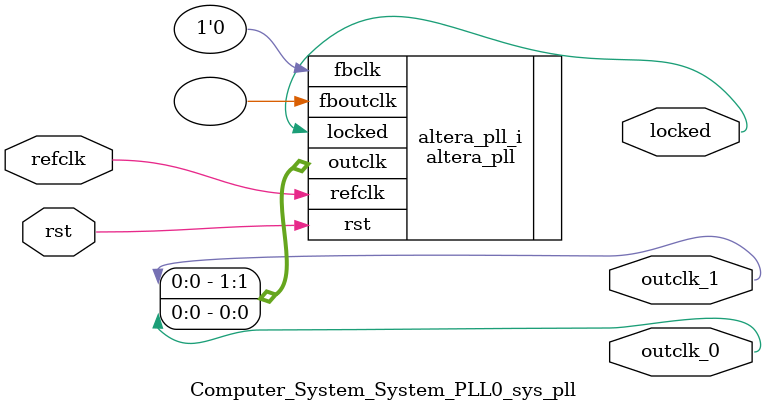
<source format=v>
`timescale 1ns/10ps
module  Computer_System_System_PLL0_sys_pll(

	// interface 'refclk'
	input wire refclk,

	// interface 'reset'
	input wire rst,

	// interface 'outclk0'
	output wire outclk_0,

	// interface 'outclk1'
	output wire outclk_1,

	// interface 'locked'
	output wire locked
);

	altera_pll #(
		.fractional_vco_multiplier("false"),
		.reference_clock_frequency("50.0 MHz"),
		.operation_mode("direct"),
		.number_of_clocks(2),
		.output_clock_frequency0("100.000000 MHz"),
		.phase_shift0("0 ps"),
		.duty_cycle0(50),
		.output_clock_frequency1("100.000000 MHz"),
		.phase_shift1("-3000 ps"),
		.duty_cycle1(50),
		.output_clock_frequency2("0 MHz"),
		.phase_shift2("0 ps"),
		.duty_cycle2(50),
		.output_clock_frequency3("0 MHz"),
		.phase_shift3("0 ps"),
		.duty_cycle3(50),
		.output_clock_frequency4("0 MHz"),
		.phase_shift4("0 ps"),
		.duty_cycle4(50),
		.output_clock_frequency5("0 MHz"),
		.phase_shift5("0 ps"),
		.duty_cycle5(50),
		.output_clock_frequency6("0 MHz"),
		.phase_shift6("0 ps"),
		.duty_cycle6(50),
		.output_clock_frequency7("0 MHz"),
		.phase_shift7("0 ps"),
		.duty_cycle7(50),
		.output_clock_frequency8("0 MHz"),
		.phase_shift8("0 ps"),
		.duty_cycle8(50),
		.output_clock_frequency9("0 MHz"),
		.phase_shift9("0 ps"),
		.duty_cycle9(50),
		.output_clock_frequency10("0 MHz"),
		.phase_shift10("0 ps"),
		.duty_cycle10(50),
		.output_clock_frequency11("0 MHz"),
		.phase_shift11("0 ps"),
		.duty_cycle11(50),
		.output_clock_frequency12("0 MHz"),
		.phase_shift12("0 ps"),
		.duty_cycle12(50),
		.output_clock_frequency13("0 MHz"),
		.phase_shift13("0 ps"),
		.duty_cycle13(50),
		.output_clock_frequency14("0 MHz"),
		.phase_shift14("0 ps"),
		.duty_cycle14(50),
		.output_clock_frequency15("0 MHz"),
		.phase_shift15("0 ps"),
		.duty_cycle15(50),
		.output_clock_frequency16("0 MHz"),
		.phase_shift16("0 ps"),
		.duty_cycle16(50),
		.output_clock_frequency17("0 MHz"),
		.phase_shift17("0 ps"),
		.duty_cycle17(50),
		.pll_type("General"),
		.pll_subtype("General")
	) altera_pll_i (
		.rst	(rst),
		.outclk	({outclk_1, outclk_0}),
		.locked	(locked),
		.fboutclk	( ),
		.fbclk	(1'b0),
		.refclk	(refclk)
	);
endmodule


</source>
